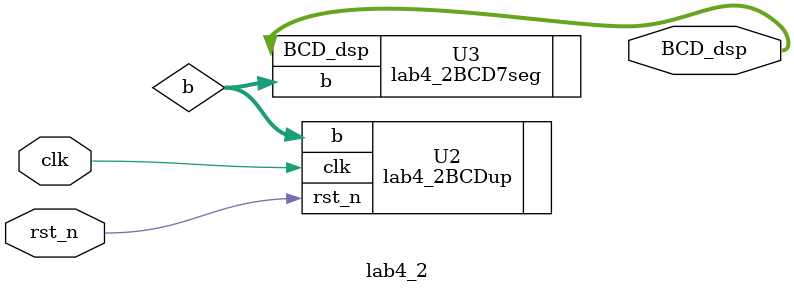
<source format=v>
`timescale 1ns / 1ps


module lab4_2(
rst_n,
clk,
BCD_dsp
    );
input rst_n,clk;
output [7:0]BCD_dsp;
wire [3:0]b;
lab4_2BCDup U2 (.clk(clk),.rst_n(rst_n),.b(b));
lab4_2BCD7seg U3 (.b(b),.BCD_dsp(BCD_dsp));

endmodule

</source>
